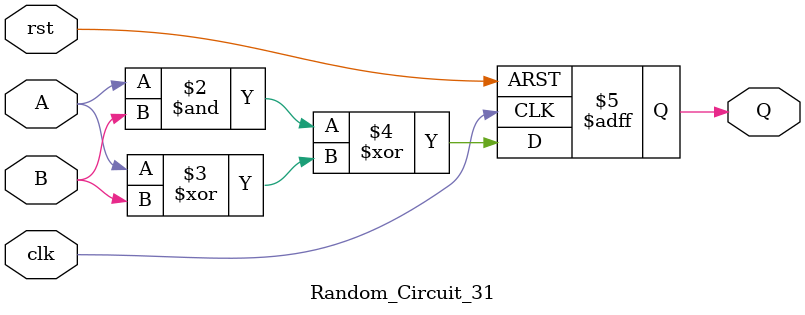
<source format=v>
module Random_Circuit_31 (
    input A, B, clk, rst,
    output reg Q
);
    always @(posedge clk or posedge rst) begin
        if (rst)
            Q <= 0;
        else
            Q <= (A & B) ^ (A ^ B);  // AND, XOR logic
    end
endmodule


</source>
